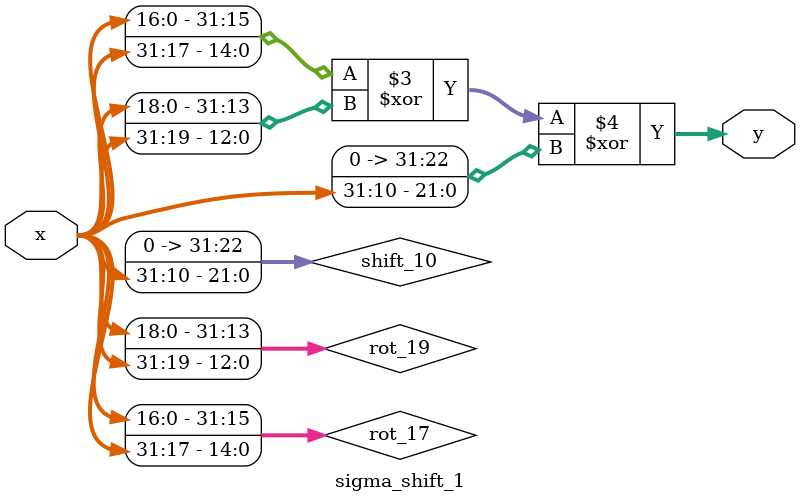
<source format=sv>
module sigma_0
(
    input  logic [31:0] x,
    output logic [31:0] y
);

logic [31:0] rot_2;
logic [31:0] rot_13;
logic [31:0] rot_22;
always_comb begin
    rot_2 = {x[1:0], x[31:2]};
    rot_13 = {x[12:0], x[31:13]};
    rot_22 = {x[21:0], x[31:22]};
    y = rot_2 ^ rot_13 ^ rot_22;
end

endmodule

module sigma_1
(
    input  logic [31:0] x,
    output logic [31:0] y
);

logic [31:0] rot_6;
logic [31:0] rot_11;
logic [31:0] rot_25;
always_comb begin
    rot_6 = {x[5:0], x[31:6]};
    rot_11 = {x[10:0], x[31:11]};
    rot_25 = {x[24:0], x[31:25]};
    y = rot_6 ^ rot_11 ^ rot_25;
end

endmodule

module sigma_shift_0
(
    input  logic [31:0] x,
    output logic [31:0] y
);

logic [31:0] rot_7;
logic [31:0] rot_18;
logic [31:0] shift_3;
always_comb begin
    rot_7 = {x[6:0], x[31:7]};
    rot_18 = {x[17:0], x[31:18]};
    shift_3 = x >> 3;
    y = rot_7 ^ rot_18 ^ shift_3;
end

endmodule

module sigma_shift_1
(
    input  logic [31:0] x,
    output logic [31:0] y
);

logic [31:0] rot_17;
logic [31:0] rot_19;
logic [31:0] shift_10;
always_comb begin
    rot_17 = {x[16:0], x[31:17]};
    rot_19 = {x[18:0], x[31:19]};
    shift_10 = x >> 10;
    y = rot_17 ^ rot_19 ^ shift_10;
end

endmodule

</source>
